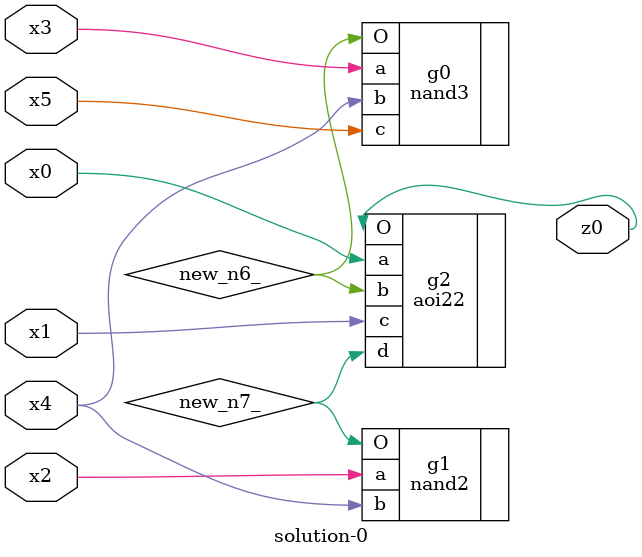
<source format=v>
module \solution-0 (
  x0, x1, x2, x3, x4, x5,
  z0 );
  input x0, x1, x2, x3, x4, x5;
  output z0;
  wire new_n6_, new_n7_;
  nand3  g0(.a(x3), .b(x4), .c(x5), .O(new_n6_));
  nand2  g1(.a(x2), .b(x4), .O(new_n7_));
  aoi22  g2(.a(x0), .b(new_n6_), .c(x1), .d(new_n7_), .O(z0));
endmodule

</source>
